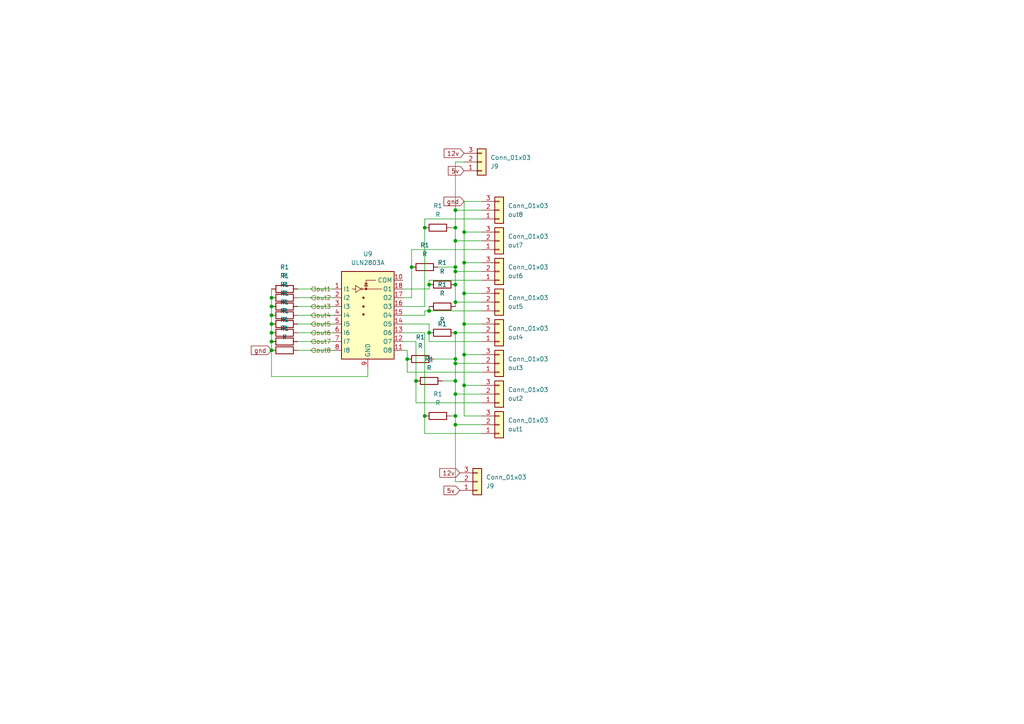
<source format=kicad_sch>
(kicad_sch (version 20230121) (generator eeschema)
  (paper "A4")
  (lib_symbols
    (symbol "Connector_Generic:Conn_01x03" (pin_names (offset 1.016) hide)
      (property "Reference" "J" (at 0 5.08 0))
      (property "Value" "Conn_01x03" (at 0 -5.08 0))
      (symbol "Conn_01x03_1_1"
        (rectangle (start -1.27 -2.413) (end 0 -2.667) (stroke (width 0.1524)))
        (rectangle (start -1.27 0.127) (end 0 -0.127) (stroke (width 0.1524)))
        (rectangle (start -1.27 2.667) (end 0 2.413) (stroke (width 0.1524)))
        (rectangle (start -1.27 3.81) (end 1.27 -3.81) (stroke (width 0.254)) (fill (type background)))
        (pin passive line (at -5.08 2.54 0) (length 3.81) (name "Pin_1") (number "1"))
        (pin passive line (at -5.08 0 0) (length 3.81) (name "Pin_2") (number "2"))
        (pin passive line (at -5.08 -2.54 0) (length 3.81) (name "Pin_3") (number "3"))
      )
    )
    (symbol "Device:R" (pin_numbers hide) (pin_names (offset 0))
      (property "Reference" "R" (at 2.032 0 90))
      (property "Value" "R" (at 0 0 90))
      (symbol "R_0_1"
        (rectangle (start -1.016 -2.54) (end 1.016 2.54) (stroke (width 0.254)))
      )
      (symbol "R_1_1"
        (pin passive line (at 0 3.81 270) (length 1.27) (name "~") (number "1"))
        (pin passive line (at 0 -3.81 90) (length 1.27) (name "~") (number "2"))
      )
    )
    (symbol "Transistor_Array:ULN2803A"
      (property "Reference" "U" (at 0 13.335 0))
      (property "Value" "ULN2803A" (at 0 11.43 0))
      (symbol "ULN2803A_0_1"
        (rectangle (start -7.62 -15.24) (end 7.62 10.16) (stroke (width 0.254)) (fill (type background)))
        (circle (center -1.778 5.08) (radius 0.254))
        (circle (center -1.27 -2.286) (radius 0.254) (fill (type outline)))
        (circle (center -1.27 0) (radius 0.254) (fill (type outline)))
        (circle (center -1.27 2.54) (radius 0.254) (fill (type outline)))
        (circle (center -0.508 5.08) (radius 0.254) (fill (type outline)))
        (polyline (pts (xy -4.572 5.08) (xy -3.556 5.08)))
        (polyline (pts (xy -1.524 5.08) (xy 4.064 5.08)))
        (polyline (pts (xy 0 6.731) (xy -1.016 6.731)))
        (polyline (pts (xy -0.508 5.08) (xy -0.508 7.62) (xy 2.286 7.62)))
        (polyline (pts (xy -3.556 6.096) (xy -3.556 4.064) (xy -2.032 5.08) (xy -3.556 6.096)))
        (polyline (pts (xy 0 5.969) (xy -1.016 5.969) (xy -0.508 6.731) (xy 0 5.969)))
      )
      (symbol "ULN2803A_1_1"
        (pin input line (at -10.16 5.08 0) (length 2.54) (name "I1") (number "1"))
        (pin passive line (at 10.16 7.62 180) (length 2.54) (name "COM") (number "10"))
        (pin open_collector line (at 10.16 -12.7 180) (length 2.54) (name "O8") (number "11"))
        (pin open_collector line (at 10.16 -10.16 180) (length 2.54) (name "O7") (number "12"))
        (pin open_collector line (at 10.16 -7.62 180) (length 2.54) (name "O6") (number "13"))
        (pin open_collector line (at 10.16 -5.08 180) (length 2.54) (name "O5") (number "14"))
        (pin open_collector line (at 10.16 -2.54 180) (length 2.54) (name "O4") (number "15"))
        (pin open_collector line (at 10.16 0 180) (length 2.54) (name "O3") (number "16"))
        (pin open_collector line (at 10.16 2.54 180) (length 2.54) (name "O2") (number "17"))
        (pin open_collector line (at 10.16 5.08 180) (length 2.54) (name "O1") (number "18"))
        (pin input line (at -10.16 2.54 0) (length 2.54) (name "I2") (number "2"))
        (pin input line (at -10.16 0 0) (length 2.54) (name "I3") (number "3"))
        (pin input line (at -10.16 -2.54 0) (length 2.54) (name "I4") (number "4"))
        (pin input line (at -10.16 -5.08 0) (length 2.54) (name "I5") (number "5"))
        (pin input line (at -10.16 -7.62 0) (length 2.54) (name "I6") (number "6"))
        (pin input line (at -10.16 -10.16 0) (length 2.54) (name "I7") (number "7"))
        (pin input line (at -10.16 -12.7 0) (length 2.54) (name "I8") (number "8"))
        (pin power_in line (at 0 -17.78 90) (length 2.54) (name "GND") (number "9"))
      )
    )
  )
  (junction (at 132.08 78.74))
  (junction (at 132.08 87.63))
  (junction (at 134.62 85.09))
  (junction (at 78.74 99.06))
  (junction (at 132.08 60.96))
  (junction (at 123.19 66.04))
  (junction (at 134.62 67.31))
  (junction (at 132.08 69.85))
  (junction (at 119.38 77.47))
  (junction (at 132.08 123.19))
  (junction (at 134.62 102.87))
  (junction (at 132.08 66.04))
  (junction (at 78.74 88.9))
  (junction (at 132.08 77.47))
  (junction (at 78.74 93.98))
  (junction (at 132.08 104.14))
  (junction (at 132.08 105.41))
  (junction (at 134.62 111.76))
  (junction (at 132.08 120.65))
  (junction (at 134.62 93.98))
  (junction (at 78.74 86.36))
  (junction (at 78.74 96.52))
  (junction (at 132.08 114.3))
  (junction (at 124.46 90.17))
  (junction (at 124.46 82.55))
  (junction (at 132.08 82.55))
  (junction (at 132.08 96.52))
  (junction (at 124.46 96.52))
  (junction (at 78.74 101.6))
  (junction (at 118.11 104.14))
  (junction (at 132.08 110.49))
  (junction (at 134.62 76.2))
  (junction (at 120.65 110.49))
  (junction (at 123.19 120.65))
  (junction (at 78.74 91.44))
  (wire (pts (xy 124.46 88.9) (xy 124.46 90.17)))
  (wire (pts (xy 134.62 102.87) (xy 139.7 102.87)))
  (wire (pts (xy 132.08 60.96) (xy 139.7 60.96)))
  (wire (pts (xy 132.08 69.85) (xy 139.7 69.85)))
  (wire (pts (xy 132.08 123.19) (xy 139.7 123.19)))
  (wire (pts (xy 132.08 114.3) (xy 139.7 114.3)))
  (wire (pts (xy 134.62 76.2) (xy 134.62 67.31)))
  (wire (pts (xy 133.35 139.7) (xy 132.08 139.7)))
  (wire (pts (xy 128.27 110.49) (xy 132.08 110.49)))
  (wire (pts (xy 124.46 82.55) (xy 124.46 81.28)))
  (wire (pts (xy 120.65 110.49) (xy 120.65 116.84)))
  (wire (pts (xy 132.08 77.47) (xy 132.08 69.85)))
  (wire (pts (xy 132.08 78.74) (xy 139.7 78.74)))
  (wire (pts (xy 132.08 105.41) (xy 139.7 105.41)))
  (wire (pts (xy 86.36 91.44) (xy 96.52 91.44)))
  (wire (pts (xy 134.62 102.87) (xy 134.62 93.98)))
  (wire (pts (xy 130.81 66.04) (xy 132.08 66.04)))
  (wire (pts (xy 134.62 67.31) (xy 139.7 67.31)))
  (wire (pts (xy 132.08 82.55) (xy 132.08 78.74)))
  (wire (pts (xy 132.08 82.55) (xy 132.08 87.63)))
  (wire (pts (xy 132.08 105.41) (xy 132.08 104.14)))
  (wire (pts (xy 86.36 83.82) (xy 96.52 83.82)))
  (wire (pts (xy 120.65 116.84) (xy 139.7 116.84)))
  (wire (pts (xy 134.62 76.2) (xy 139.7 76.2)))
  (wire (pts (xy 134.62 93.98) (xy 139.7 93.98)))
  (wire (pts (xy 134.62 120.65) (xy 134.62 111.76)))
  (wire (pts (xy 132.08 78.74) (xy 132.08 77.47)))
  (wire (pts (xy 119.38 72.39) (xy 139.7 72.39)))
  (wire (pts (xy 119.38 72.39) (xy 119.38 77.47)))
  (wire (pts (xy 116.84 93.98) (xy 124.46 93.98)))
  (wire (pts (xy 116.84 88.9) (xy 123.19 88.9)))
  (wire (pts (xy 118.11 107.95) (xy 118.11 104.14)))
  (wire (pts (xy 119.38 77.47) (xy 119.38 86.36)))
  (wire (pts (xy 106.68 109.22) (xy 106.68 106.68)))
  (wire (pts (xy 132.08 46.99) (xy 134.62 46.99)))
  (wire (pts (xy 132.08 110.49) (xy 132.08 105.41)))
  (wire (pts (xy 78.74 109.22) (xy 106.68 109.22)))
  (wire (pts (xy 123.19 66.04) (xy 123.19 88.9)))
  (wire (pts (xy 123.19 96.52) (xy 123.19 120.65)))
  (wire (pts (xy 86.36 101.6) (xy 96.52 101.6)))
  (wire (pts (xy 118.11 104.14) (xy 118.11 101.6)))
  (wire (pts (xy 124.46 96.52) (xy 124.46 93.98)))
  (wire (pts (xy 120.65 99.06) (xy 120.65 110.49)))
  (wire (pts (xy 78.74 86.36) (xy 78.74 88.9)))
  (wire (pts (xy 132.08 104.14) (xy 132.08 96.52)))
  (wire (pts (xy 78.74 101.6) (xy 78.74 109.22)))
  (wire (pts (xy 78.74 83.82) (xy 78.74 86.36)))
  (wire (pts (xy 78.74 96.52) (xy 78.74 99.06)))
  (wire (pts (xy 124.46 81.28) (xy 139.7 81.28)))
  (wire (pts (xy 86.36 93.98) (xy 96.52 93.98)))
  (wire (pts (xy 132.08 87.63) (xy 139.7 87.63)))
  (wire (pts (xy 124.46 90.17) (xy 123.19 90.17)))
  (wire (pts (xy 134.62 111.76) (xy 139.7 111.76)))
  (wire (pts (xy 132.08 120.65) (xy 132.08 114.3)))
  (wire (pts (xy 132.08 139.7) (xy 132.08 123.19)))
  (wire (pts (xy 78.74 93.98) (xy 78.74 96.52)))
  (wire (pts (xy 134.62 111.76) (xy 134.62 102.87)))
  (wire (pts (xy 116.84 91.44) (xy 123.19 91.44)))
  (wire (pts (xy 132.08 66.04) (xy 132.08 60.96)))
  (wire (pts (xy 123.19 90.17) (xy 123.19 91.44)))
  (wire (pts (xy 139.7 90.17) (xy 124.46 90.17)))
  (wire (pts (xy 130.81 120.65) (xy 132.08 120.65)))
  (wire (pts (xy 139.7 120.65) (xy 134.62 120.65)))
  (wire (pts (xy 132.08 60.96) (xy 132.08 46.99)))
  (wire (pts (xy 86.36 96.52) (xy 96.52 96.52)))
  (wire (pts (xy 78.74 99.06) (xy 78.74 101.6)))
  (wire (pts (xy 123.19 66.04) (xy 123.19 63.5)))
  (wire (pts (xy 78.74 91.44) (xy 78.74 93.98)))
  (wire (pts (xy 78.74 88.9) (xy 78.74 91.44)))
  (wire (pts (xy 132.08 114.3) (xy 132.08 110.49)))
  (wire (pts (xy 116.84 99.06) (xy 120.65 99.06)))
  (wire (pts (xy 125.73 104.14) (xy 132.08 104.14)))
  (wire (pts (xy 139.7 99.06) (xy 124.46 99.06)))
  (wire (pts (xy 123.19 63.5) (xy 139.7 63.5)))
  (wire (pts (xy 132.08 69.85) (xy 132.08 66.04)))
  (wire (pts (xy 124.46 99.06) (xy 124.46 96.52)))
  (wire (pts (xy 139.7 107.95) (xy 118.11 107.95)))
  (wire (pts (xy 86.36 86.36) (xy 96.52 86.36)))
  (wire (pts (xy 134.62 85.09) (xy 134.62 76.2)))
  (wire (pts (xy 86.36 88.9) (xy 96.52 88.9)))
  (wire (pts (xy 123.19 96.52) (xy 116.84 96.52)))
  (wire (pts (xy 127 77.47) (xy 132.08 77.47)))
  (wire (pts (xy 134.62 58.42) (xy 139.7 58.42)))
  (wire (pts (xy 86.36 99.06) (xy 96.52 99.06)))
  (wire (pts (xy 132.08 123.19) (xy 132.08 120.65)))
  (wire (pts (xy 134.62 85.09) (xy 139.7 85.09)))
  (wire (pts (xy 134.62 93.98) (xy 134.62 85.09)))
  (wire (pts (xy 124.46 83.82) (xy 124.46 82.55)))
  (wire (pts (xy 134.62 67.31) (xy 134.62 58.42)))
  (wire (pts (xy 116.84 101.6) (xy 118.11 101.6)))
  (wire (pts (xy 119.38 86.36) (xy 116.84 86.36)))
  (wire (pts (xy 132.08 87.63) (xy 132.08 88.9)))
  (wire (pts (xy 116.84 83.82) (xy 124.46 83.82)))
  (wire (pts (xy 123.19 125.73) (xy 139.7 125.73)))
  (wire (pts (xy 132.08 96.52) (xy 139.7 96.52)))
  (wire (pts (xy 123.19 125.73) (xy 123.19 120.65)))
  (global_label "gnd" (shape input) (at 78.74 101.6 180) (property "Intersheetrefs" "${INTERSHEET_REFS}" (effects hide)))
  (global_label "gnd" (shape input) (at 134.62 58.42 180) (property "Intersheetrefs" "${INTERSHEET_REFS}" (effects hide)))
  (global_label "12v" (shape input) (at 133.35 137.16 180) (property "Intersheetrefs" "${INTERSHEET_REFS}" (effects hide)))
  (global_label "12v" (shape input) (at 134.62 44.45 180) (property "Intersheetrefs" "${INTERSHEET_REFS}" (effects hide)))
  (global_label "5v" (shape input) (at 134.62 49.53 180) (property "Intersheetrefs" "${INTERSHEET_REFS}" (effects hide)))
  (global_label "5v" (shape input) (at 133.35 142.24 180) (property "Intersheetrefs" "${INTERSHEET_REFS}" (effects hide)))
  (hierarchical_label "out2" (shape input) (at 90.17 86.36 0))
  (hierarchical_label "out3" (shape input) (at 90.17 88.9 0))
  (hierarchical_label "out7" (shape input) (at 90.17 99.06 0))
  (hierarchical_label "out8" (shape input) (at 90.17 101.6 0))
  (hierarchical_label "out5" (shape input) (at 90.17 93.98 0))
  (hierarchical_label "out1" (shape input) (at 90.17 83.82 0))
  (hierarchical_label "out6" (shape input) (at 90.17 96.52 0))
  (hierarchical_label "out4" (shape input) (at 90.17 91.44 0))
  (symbol (lib_id "Device:R") (at 127 120.65 90) (unit 1)
    (property "Reference" "R1" (at 127 114.3 90))
    (property "Value" "R" (at 127 116.84 90))
    (property "Footprint" "Resistor_SMD:R_1206_3216Metric" (effects hide))
    (instances (project "riowerks" (path "" (reference "R1") (unit 1)) (path "" (reference "R2") (unit 1)) (path "" (reference "R3") (unit 1)) (path "" (reference "R4") (unit 1)) (path "" (reference "R5") (unit 1)) (path "" (reference "R6") (unit 1)) (path "" (reference "R7") (unit 1)) (path "" (reference "R8") (unit 1)) (path "" (reference "R38") (unit 1))) (project "rio-icebreaker3x" (path "" (reference "R28") (unit 1))))
  )
  (symbol (lib_id "Device:R") (at 121.92 104.14 90) (unit 1)
    (property "Reference" "R1" (at 121.92 97.79 90))
    (property "Value" "R" (at 121.92 100.33 90))
    (property "Footprint" "Resistor_SMD:R_1206_3216Metric" (effects hide))
    (instances (project "riowerks" (path "" (reference "R1") (unit 1)) (path "" (reference "R2") (unit 1)) (path "" (reference "R3") (unit 1)) (path "" (reference "R4") (unit 1)) (path "" (reference "R5") (unit 1)) (path "" (reference "R6") (unit 1)) (path "" (reference "R7") (unit 1)) (path "" (reference "R8") (unit 1)) (path "" (reference "R36") (unit 1))) (project "rio-icebreaker3x" (path "" (reference "R24") (unit 1))))
  )
  (symbol (lib_id "Device:R") (at 82.55 101.6 90) (unit 1)
    (property "Reference" "R1" (at 82.55 95.25 90))
    (property "Value" "R" (at 82.55 97.79 90))
    (property "Footprint" "Resistor_SMD:R_1206_3216Metric" (effects hide))
    (instances (project "riowerks" (path "" (reference "R1") (unit 1)) (path "" (reference "R2") (unit 1)) (path "" (reference "R3") (unit 1)) (path "" (reference "R4") (unit 1)) (path "" (reference "R5") (unit 1)) (path "" (reference "R6") (unit 1)) (path "" (reference "R7") (unit 1)) (path "" (reference "R8") (unit 1)) (path "" (reference "R16") (unit 1))) (project "rio-icebreaker3x" (path "" (reference "R23") (unit 1))))
  )
  (symbol (lib_id "Connector_Generic:Conn_01x03") (at 144.78 78.74 0) (mirror x) (unit 1)
    (property "Reference" "out6" (at 147.32 80.01 0) (effects (justify left)))
    (property "Value" "Conn_01x03" (at 147.32 77.47 0) (effects (justify left)))
    (property "Footprint" "Connector_JST:JST_XH_B3B-XH-A_1x03_P2.50mm_Vertical" (effects hide))
    (instances (project "riowerks" (path "" (reference "out6") (unit 1))) (project "rio-icebreaker3x" (path "" (reference "out3") (unit 1))))
  )
  (symbol (lib_id "Connector_Generic:Conn_01x03") (at 144.78 105.41 0) (mirror x) (unit 1)
    (property "Reference" "out3" (at 147.32 106.68 0) (effects (justify left)))
    (property "Value" "Conn_01x03" (at 147.32 104.14 0) (effects (justify left)))
    (property "Footprint" "Connector_JST:JST_XH_B3B-XH-A_1x03_P2.50mm_Vertical" (effects hide))
    (instances (project "riowerks" (path "" (reference "out3") (unit 1))) (project "rio-icebreaker3x" (path "" (reference "out6") (unit 1))))
  )
  (symbol (lib_id "Device:R") (at 82.55 91.44 90) (unit 1)
    (property "Reference" "R1" (at 82.55 85.09 90))
    (property "Value" "R" (at 82.55 87.63 90))
    (property "Footprint" "Resistor_SMD:R_1206_3216Metric" (effects hide))
    (instances (project "riowerks" (path "" (reference "R1") (unit 1)) (path "" (reference "R2") (unit 1)) (path "" (reference "R3") (unit 1)) (path "" (reference "R4") (unit 1)) (path "" (reference "R5") (unit 1)) (path "" (reference "R6") (unit 1)) (path "" (reference "R7") (unit 1)) (path "" (reference "R8") (unit 1)) (path "" (reference "R12") (unit 1))) (project "rio-icebreaker3x" (path "" (reference "R19") (unit 1))))
  )
  (symbol (lib_id "Connector_Generic:Conn_01x03") (at 144.78 114.3 0) (mirror x) (unit 1)
    (property "Reference" "out2" (at 147.32 115.57 0) (effects (justify left)))
    (property "Value" "Conn_01x03" (at 147.32 113.03 0) (effects (justify left)))
    (property "Footprint" "Connector_JST:JST_XH_B3B-XH-A_1x03_P2.50mm_Vertical" (effects hide))
    (instances (project "riowerks" (path "" (reference "out2") (unit 1))) (project "rio-icebreaker3x" (path "" (reference "out7") (unit 1))))
  )
  (symbol (lib_id "Transistor_Array:ULN2803A") (at 106.68 88.9 0) (unit 1)
    (property "Reference" "U9" (at 106.68 73.66 0))
    (property "Value" "ULN2803A" (at 106.68 76.2 0))
    (property "Footprint" "Package_SO:SOIC-18W_7.5x11.6mm_P1.27mm" (effects hide))
    (property "Datasheet" "http://www.ti.com/lit/ds/symlink/uln2803a.pdf" (effects hide))
    (instances (project "riowerks" (path "" (reference "U9") (unit 1))) (project "rio-icebreaker3x" (path "" (reference "U8") (unit 1))))
  )
  (symbol (lib_id "Device:R") (at 128.27 96.52 90) (unit 1)
    (property "Reference" "R1" (at 128.27 93.98 90))
    (property "Value" "R" (at 128.27 92.71 90))
    (property "Footprint" "Resistor_SMD:R_1206_3216Metric" (effects hide))
    (instances (project "riowerks" (path "" (reference "R1") (unit 1)) (path "" (reference "R2") (unit 1)) (path "" (reference "R3") (unit 1)) (path "" (reference "R4") (unit 1)) (path "" (reference "R5") (unit 1)) (path "" (reference "R6") (unit 1)) (path "" (reference "R7") (unit 1)) (path "" (reference "R8") (unit 1)) (path "" (reference "R39") (unit 1))) (project "rio-icebreaker3x" (path "" (reference "R31") (unit 1))))
  )
  (symbol (lib_id "Connector_Generic:Conn_01x03") (at 139.7 46.99 0) (mirror x) (unit 1)
    (property "Reference" "J9" (at 142.24 48.26 0) (effects (justify left)))
    (property "Value" "Conn_01x03" (at 142.24 45.72 0) (effects (justify left)))
    (property "Footprint" "Connector_PinHeader_2.54mm:PinHeader_1x03_P2.54mm_Vertical" (effects hide))
    (instances (project "riowerks" (path "" (reference "J9") (unit 1)) (path "" (reference "J12") (unit 1))) (project "rio-icebreaker3x" (path "" (reference "J6") (unit 1))))
  )
  (symbol (lib_id "Device:R") (at 123.19 77.47 90) (unit 1)
    (property "Reference" "R1" (at 123.19 71.12 90))
    (property "Value" "R" (at 123.19 73.66 90))
    (property "Footprint" "Resistor_SMD:R_1206_3216Metric" (effects hide))
    (instances (project "riowerks" (path "" (reference "R1") (unit 1)) (path "" (reference "R2") (unit 1)) (path "" (reference "R3") (unit 1)) (path "" (reference "R4") (unit 1)) (path "" (reference "R5") (unit 1)) (path "" (reference "R6") (unit 1)) (path "" (reference "R7") (unit 1)) (path "" (reference "R8") (unit 1)) (path "" (reference "R34") (unit 1))) (project "rio-icebreaker3x" (path "" (reference "R25") (unit 1))))
  )
  (symbol (lib_id "Device:R") (at 82.55 93.98 90) (unit 1)
    (property "Reference" "R1" (at 82.55 87.63 90))
    (property "Value" "R" (at 82.55 90.17 90))
    (property "Footprint" "Resistor_SMD:R_1206_3216Metric" (effects hide))
    (instances (project "riowerks" (path "" (reference "R1") (unit 1)) (path "" (reference "R2") (unit 1)) (path "" (reference "R3") (unit 1)) (path "" (reference "R4") (unit 1)) (path "" (reference "R5") (unit 1)) (path "" (reference "R6") (unit 1)) (path "" (reference "R7") (unit 1)) (path "" (reference "R8") (unit 1)) (path "" (reference "R13") (unit 1))) (project "rio-icebreaker3x" (path "" (reference "R20") (unit 1))))
  )
  (symbol (lib_id "Connector_Generic:Conn_01x03") (at 144.78 87.63 0) (mirror x) (unit 1)
    (property "Reference" "out5" (at 147.32 88.9 0) (effects (justify left)))
    (property "Value" "Conn_01x03" (at 147.32 86.36 0) (effects (justify left)))
    (property "Footprint" "Connector_JST:JST_XH_B3B-XH-A_1x03_P2.50mm_Vertical" (effects hide))
    (instances (project "riowerks" (path "" (reference "out5") (unit 1))) (project "rio-icebreaker3x" (path "" (reference "out4") (unit 1))))
  )
  (symbol (lib_id "Connector_Generic:Conn_01x03") (at 144.78 60.96 0) (mirror x) (unit 1)
    (property "Reference" "out8" (at 147.32 62.23 0) (effects (justify left)))
    (property "Value" "Conn_01x03" (at 147.32 59.69 0) (effects (justify left)))
    (property "Footprint" "Connector_JST:JST_XH_B3B-XH-A_1x03_P2.50mm_Vertical" (effects hide))
    (instances (project "riowerks" (path "" (reference "out8") (unit 1))) (project "rio-icebreaker3x" (path "" (reference "out1") (unit 1))))
  )
  (symbol (lib_id "Connector_Generic:Conn_01x03") (at 138.43 139.7 0) (mirror x) (unit 1)
    (property "Reference" "J9" (at 140.97 140.97 0) (effects (justify left)))
    (property "Value" "Conn_01x03" (at 140.97 138.43 0) (effects (justify left)))
    (property "Footprint" "Connector_PinHeader_2.54mm:PinHeader_1x03_P2.54mm_Vertical" (effects hide))
    (instances (project "riowerks" (path "" (reference "J9") (unit 1)) (path "" (reference "J11") (unit 1))) (project "rio-icebreaker3x" (path "" (reference "J5") (unit 1))))
  )
  (symbol (lib_id "Device:R") (at 82.55 88.9 90) (unit 1)
    (property "Reference" "R1" (at 82.55 82.55 90))
    (property "Value" "R" (at 82.55 85.09 90))
    (property "Footprint" "Resistor_SMD:R_1206_3216Metric" (effects hide))
    (instances (project "riowerks" (path "" (reference "R1") (unit 1)) (path "" (reference "R2") (unit 1)) (path "" (reference "R3") (unit 1)) (path "" (reference "R4") (unit 1)) (path "" (reference "R5") (unit 1)) (path "" (reference "R6") (unit 1)) (path "" (reference "R7") (unit 1)) (path "" (reference "R8") (unit 1)) (path "" (reference "R11") (unit 1))) (project "rio-icebreaker3x" (path "" (reference "R18") (unit 1))))
  )
  (symbol (lib_id "Device:R") (at 124.46 110.49 90) (unit 1)
    (property "Reference" "R1" (at 124.46 104.14 90))
    (property "Value" "R" (at 124.46 106.68 90))
    (property "Footprint" "Resistor_SMD:R_1206_3216Metric" (effects hide))
    (instances (project "riowerks" (path "" (reference "R1") (unit 1)) (path "" (reference "R2") (unit 1)) (path "" (reference "R3") (unit 1)) (path "" (reference "R4") (unit 1)) (path "" (reference "R5") (unit 1)) (path "" (reference "R6") (unit 1)) (path "" (reference "R7") (unit 1)) (path "" (reference "R8") (unit 1)) (path "" (reference "R37") (unit 1))) (project "rio-icebreaker3x" (path "" (reference "R26") (unit 1))))
  )
  (symbol (lib_id "Device:R") (at 128.27 82.55 90) (unit 1)
    (property "Reference" "R1" (at 128.27 76.2 90))
    (property "Value" "R" (at 128.27 78.74 90))
    (property "Footprint" "Resistor_SMD:R_1206_3216Metric" (effects hide))
    (instances (project "riowerks" (path "" (reference "R1") (unit 1)) (path "" (reference "R2") (unit 1)) (path "" (reference "R3") (unit 1)) (path "" (reference "R4") (unit 1)) (path "" (reference "R5") (unit 1)) (path "" (reference "R6") (unit 1)) (path "" (reference "R7") (unit 1)) (path "" (reference "R8") (unit 1)) (path "" (reference "R40") (unit 1))) (project "rio-icebreaker3x" (path "" (reference "R29") (unit 1))))
  )
  (symbol (lib_id "Device:R") (at 82.55 86.36 90) (unit 1)
    (property "Reference" "R1" (at 82.55 80.01 90))
    (property "Value" "R" (at 82.55 82.55 90))
    (property "Footprint" "Resistor_SMD:R_1206_3216Metric" (effects hide))
    (instances (project "riowerks" (path "" (reference "R1") (unit 1)) (path "" (reference "R2") (unit 1)) (path "" (reference "R3") (unit 1)) (path "" (reference "R4") (unit 1)) (path "" (reference "R5") (unit 1)) (path "" (reference "R6") (unit 1)) (path "" (reference "R7") (unit 1)) (path "" (reference "R8") (unit 1)) (path "" (reference "R10") (unit 1))) (project "rio-icebreaker3x" (path "" (reference "R17") (unit 1))))
  )
  (symbol (lib_id "Device:R") (at 128.27 88.9 90) (unit 1)
    (property "Reference" "R1" (at 128.27 82.55 90))
    (property "Value" "R" (at 128.27 85.09 90))
    (property "Footprint" "Resistor_SMD:R_1206_3216Metric" (effects hide))
    (instances (project "riowerks" (path "" (reference "R1") (unit 1)) (path "" (reference "R2") (unit 1)) (path "" (reference "R3") (unit 1)) (path "" (reference "R4") (unit 1)) (path "" (reference "R5") (unit 1)) (path "" (reference "R6") (unit 1)) (path "" (reference "R7") (unit 1)) (path "" (reference "R8") (unit 1)) (path "" (reference "R35") (unit 1))) (project "rio-icebreaker3x" (path "" (reference "R30") (unit 1))))
  )
  (symbol (lib_id "Device:R") (at 82.55 83.82 90) (unit 1)
    (property "Reference" "R1" (at 82.55 77.47 90))
    (property "Value" "R" (at 82.55 80.01 90))
    (property "Footprint" "Resistor_SMD:R_1206_3216Metric" (effects hide))
    (instances (project "riowerks" (path "" (reference "R1") (unit 1)) (path "" (reference "R2") (unit 1)) (path "" (reference "R3") (unit 1)) (path "" (reference "R4") (unit 1)) (path "" (reference "R5") (unit 1)) (path "" (reference "R6") (unit 1)) (path "" (reference "R7") (unit 1)) (path "" (reference "R8") (unit 1)) (path "" (reference "R9") (unit 1))) (project "rio-icebreaker3x" (path "" (reference "R16") (unit 1))))
  )
  (symbol (lib_id "Device:R") (at 127 66.04 90) (unit 1)
    (property "Reference" "R1" (at 127 59.69 90))
    (property "Value" "R" (at 127 62.23 90))
    (property "Footprint" "Resistor_SMD:R_1206_3216Metric" (effects hide))
    (instances (project "riowerks" (path "" (reference "R1") (unit 1)) (path "" (reference "R2") (unit 1)) (path "" (reference "R3") (unit 1)) (path "" (reference "R4") (unit 1)) (path "" (reference "R5") (unit 1)) (path "" (reference "R6") (unit 1)) (path "" (reference "R7") (unit 1)) (path "" (reference "R8") (unit 1)) (path "" (reference "R33") (unit 1))) (project "rio-icebreaker3x" (path "" (reference "R27") (unit 1))))
  )
  (symbol (lib_id "Connector_Generic:Conn_01x03") (at 144.78 123.19 0) (mirror x) (unit 1)
    (property "Reference" "out1" (at 147.32 124.46 0) (effects (justify left)))
    (property "Value" "Conn_01x03" (at 147.32 121.92 0) (effects (justify left)))
    (property "Footprint" "Connector_JST:JST_XH_B3B-XH-A_1x03_P2.50mm_Vertical" (effects hide))
    (instances (project "riowerks" (path "" (reference "out1") (unit 1))) (project "rio-icebreaker3x" (path "" (reference "out8") (unit 1))))
  )
  (symbol (lib_id "Device:R") (at 82.55 99.06 90) (unit 1)
    (property "Reference" "R1" (at 82.55 92.71 90))
    (property "Value" "R" (at 82.55 95.25 90))
    (property "Footprint" "Resistor_SMD:R_1206_3216Metric" (effects hide))
    (instances (project "riowerks" (path "" (reference "R1") (unit 1)) (path "" (reference "R2") (unit 1)) (path "" (reference "R3") (unit 1)) (path "" (reference "R4") (unit 1)) (path "" (reference "R5") (unit 1)) (path "" (reference "R6") (unit 1)) (path "" (reference "R7") (unit 1)) (path "" (reference "R8") (unit 1)) (path "" (reference "R15") (unit 1))) (project "rio-icebreaker3x" (path "" (reference "R22") (unit 1))))
  )
  (symbol (lib_id "Connector_Generic:Conn_01x03") (at 144.78 96.52 0) (mirror x) (unit 1)
    (property "Reference" "out4" (at 147.32 97.79 0) (effects (justify left)))
    (property "Value" "Conn_01x03" (at 147.32 95.25 0) (effects (justify left)))
    (property "Footprint" "Connector_JST:JST_XH_B3B-XH-A_1x03_P2.50mm_Vertical" (effects hide))
    (instances (project "riowerks" (path "" (reference "out4") (unit 1))) (project "rio-icebreaker3x" (path "" (reference "out5") (unit 1))))
  )
  (symbol (lib_id "Connector_Generic:Conn_01x03") (at 144.78 69.85 0) (mirror x) (unit 1)
    (property "Reference" "out7" (at 147.32 71.12 0) (effects (justify left)))
    (property "Value" "Conn_01x03" (at 147.32 68.58 0) (effects (justify left)))
    (property "Footprint" "Connector_JST:JST_XH_B3B-XH-A_1x03_P2.50mm_Vertical" (effects hide))
    (instances (project "riowerks" (path "" (reference "out7") (unit 1))) (project "rio-icebreaker3x" (path "" (reference "out2") (unit 1))))
  )
  (symbol (lib_id "Device:R") (at 82.55 96.52 90) (unit 1)
    (property "Reference" "R1" (at 82.55 90.17 90))
    (property "Value" "R" (at 82.55 92.71 90))
    (property "Footprint" "Resistor_SMD:R_1206_3216Metric" (effects hide))
    (instances (project "riowerks" (path "" (reference "R1") (unit 1)) (path "" (reference "R2") (unit 1)) (path "" (reference "R3") (unit 1)) (path "" (reference "R4") (unit 1)) (path "" (reference "R5") (unit 1)) (path "" (reference "R6") (unit 1)) (path "" (reference "R7") (unit 1)) (path "" (reference "R8") (unit 1)) (path "" (reference "R14") (unit 1))) (project "rio-icebreaker3x" (path "" (reference "R21") (unit 1))))
  )
)
</source>
